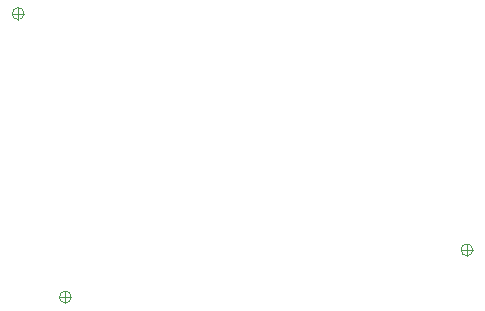
<source format=gbr>
%TF.GenerationSoftware,KiCad,Pcbnew,9.0.5*%
%TF.CreationDate,2025-10-03T12:10:43+01:00*%
%TF.ProjectId,mm_keycap_button,6d6d5f6b-6579-4636-9170-5f627574746f,0.4*%
%TF.SameCoordinates,PX8d24d00PY36d6160*%
%TF.FileFunction,AssemblyDrawing,Top*%
%FSLAX45Y45*%
G04 Gerber Fmt 4.5, Leading zero omitted, Abs format (unit mm)*
G04 Created by KiCad (PCBNEW 9.0.5) date 2025-10-03 12:10:43*
%MOMM*%
%LPD*%
G01*
G04 APERTURE LIST*
%ADD10C,0.100000*%
G04 APERTURE END LIST*
D10*
%TO.C,GS1*%
X-1950000Y1000000D02*
X-1850000Y1000000D01*
X-1900000Y1050000D02*
X-1900000Y950000D01*
X-1850000Y1000000D02*
G75*
G02*
X-1950000Y1000000I-50000J0D01*
G01*
X-1950000Y1000000D02*
G75*
G02*
X-1850000Y1000000I50000J0D01*
G01*
%TO.C,GS2*%
X1850000Y-1000000D02*
X1950000Y-1000000D01*
X1900000Y-950000D02*
X1900000Y-1050000D01*
X1950000Y-1000000D02*
G75*
G02*
X1850000Y-1000000I-50000J0D01*
G01*
X1850000Y-1000000D02*
G75*
G02*
X1950000Y-1000000I50000J0D01*
G01*
%TO.C,GS3*%
X-1550000Y-1400000D02*
X-1450000Y-1400000D01*
X-1500000Y-1350000D02*
X-1500000Y-1450000D01*
X-1450000Y-1400000D02*
G75*
G02*
X-1550000Y-1400000I-50000J0D01*
G01*
X-1550000Y-1400000D02*
G75*
G02*
X-1450000Y-1400000I50000J0D01*
G01*
%TD*%
M02*

</source>
